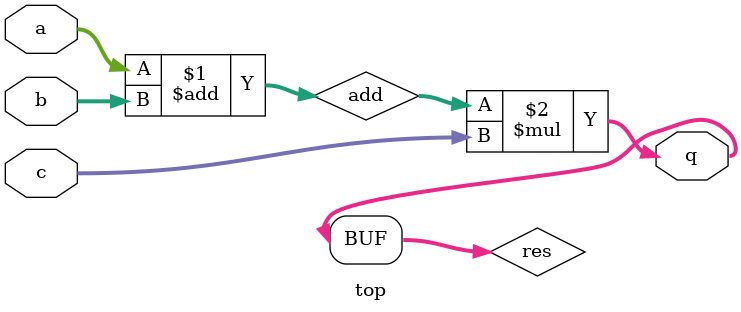
<source format=v>
module top(input [8:0] a, input [8:0] b, input [8:0] c, output [17:0] q);
wire [8:0] add = a + b;
(* syn_multstyle = "block_mult" *)
wire [17:0] res = add * c;
assign q = res;
endmodule


</source>
